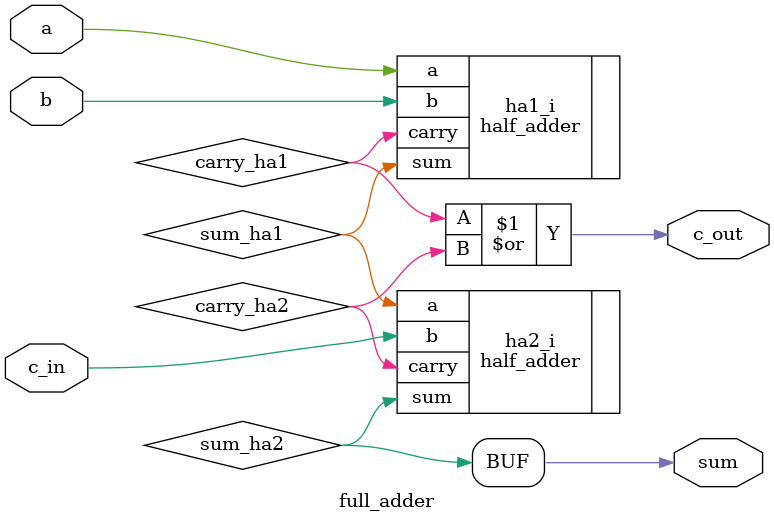
<source format=sv>
module full_adder
(
  input logic a,
  input logic b,
  input logic c_in,
  output logic sum,
  output logic c_out
);

  logic sum_ha1;
  logic carry_ha1;
  logic sum_ha2;
  logic carry_ha2;
  
  half_adder ha1_i (
    .a(a),
	 .b(b),
	 .sum(sum_ha1),
	 .carry(carry_ha1)
  );
  
  half_adder ha2_i (
    .a(sum_ha1),
	 .b(c_in),
	 .sum(sum_ha2),
	 .carry(carry_ha2)
  );
  
  assign sum = sum_ha2;
  assign c_out = carry_ha1 | carry_ha2;
 
endmodule

</source>
